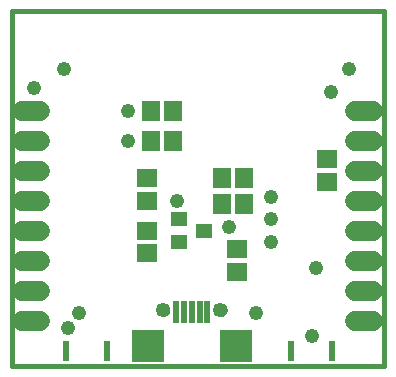
<source format=gbs>
G75*
%MOIN*%
%OFA0B0*%
%FSLAX25Y25*%
%IPPOS*%
%LPD*%
%AMOC8*
5,1,8,0,0,1.08239X$1,22.5*
%
%ADD10C,0.01600*%
%ADD11R,0.05524X0.04800*%
%ADD12R,0.02375X0.07690*%
%ADD13R,0.10800X0.10800*%
%ADD14C,0.00000*%
%ADD15C,0.04934*%
%ADD16C,0.06800*%
%ADD17R,0.06706X0.05918*%
%ADD18R,0.05918X0.06706*%
%ADD19R,0.02362X0.06693*%
%ADD20C,0.04762*%
D10*
X0008250Y0005000D02*
X0008250Y0123110D01*
X0132266Y0123110D01*
X0132266Y0005000D01*
X0008250Y0005000D01*
D11*
X0064077Y0046260D03*
X0072423Y0050000D03*
X0064077Y0053740D03*
D12*
X0063132Y0022815D03*
X0065691Y0022815D03*
X0068250Y0022815D03*
X0070809Y0022815D03*
X0073368Y0022815D03*
D13*
X0082915Y0011693D03*
X0053585Y0011693D03*
D14*
X0056636Y0023622D02*
X0056638Y0023713D01*
X0056644Y0023803D01*
X0056654Y0023894D01*
X0056668Y0023983D01*
X0056686Y0024072D01*
X0056707Y0024161D01*
X0056733Y0024248D01*
X0056762Y0024334D01*
X0056796Y0024418D01*
X0056832Y0024501D01*
X0056873Y0024583D01*
X0056917Y0024662D01*
X0056964Y0024740D01*
X0057015Y0024815D01*
X0057069Y0024888D01*
X0057126Y0024958D01*
X0057186Y0025026D01*
X0057249Y0025092D01*
X0057315Y0025154D01*
X0057384Y0025213D01*
X0057455Y0025270D01*
X0057529Y0025323D01*
X0057605Y0025373D01*
X0057683Y0025420D01*
X0057763Y0025463D01*
X0057844Y0025502D01*
X0057928Y0025538D01*
X0058013Y0025570D01*
X0058099Y0025599D01*
X0058186Y0025623D01*
X0058275Y0025644D01*
X0058364Y0025661D01*
X0058454Y0025674D01*
X0058544Y0025683D01*
X0058635Y0025688D01*
X0058726Y0025689D01*
X0058816Y0025686D01*
X0058907Y0025679D01*
X0058997Y0025668D01*
X0059087Y0025653D01*
X0059176Y0025634D01*
X0059264Y0025612D01*
X0059350Y0025585D01*
X0059436Y0025555D01*
X0059520Y0025521D01*
X0059603Y0025483D01*
X0059684Y0025442D01*
X0059763Y0025397D01*
X0059840Y0025348D01*
X0059914Y0025297D01*
X0059987Y0025242D01*
X0060057Y0025184D01*
X0060124Y0025123D01*
X0060188Y0025059D01*
X0060250Y0024993D01*
X0060309Y0024923D01*
X0060364Y0024852D01*
X0060417Y0024777D01*
X0060466Y0024701D01*
X0060512Y0024623D01*
X0060554Y0024542D01*
X0060593Y0024460D01*
X0060628Y0024376D01*
X0060659Y0024291D01*
X0060686Y0024204D01*
X0060710Y0024117D01*
X0060730Y0024028D01*
X0060746Y0023939D01*
X0060758Y0023849D01*
X0060766Y0023758D01*
X0060770Y0023667D01*
X0060770Y0023577D01*
X0060766Y0023486D01*
X0060758Y0023395D01*
X0060746Y0023305D01*
X0060730Y0023216D01*
X0060710Y0023127D01*
X0060686Y0023040D01*
X0060659Y0022953D01*
X0060628Y0022868D01*
X0060593Y0022784D01*
X0060554Y0022702D01*
X0060512Y0022621D01*
X0060466Y0022543D01*
X0060417Y0022467D01*
X0060364Y0022392D01*
X0060309Y0022321D01*
X0060250Y0022251D01*
X0060188Y0022185D01*
X0060124Y0022121D01*
X0060057Y0022060D01*
X0059987Y0022002D01*
X0059914Y0021947D01*
X0059840Y0021896D01*
X0059763Y0021847D01*
X0059684Y0021802D01*
X0059603Y0021761D01*
X0059520Y0021723D01*
X0059436Y0021689D01*
X0059350Y0021659D01*
X0059264Y0021632D01*
X0059176Y0021610D01*
X0059087Y0021591D01*
X0058997Y0021576D01*
X0058907Y0021565D01*
X0058816Y0021558D01*
X0058726Y0021555D01*
X0058635Y0021556D01*
X0058544Y0021561D01*
X0058454Y0021570D01*
X0058364Y0021583D01*
X0058275Y0021600D01*
X0058186Y0021621D01*
X0058099Y0021645D01*
X0058013Y0021674D01*
X0057928Y0021706D01*
X0057844Y0021742D01*
X0057763Y0021781D01*
X0057683Y0021824D01*
X0057605Y0021871D01*
X0057529Y0021921D01*
X0057455Y0021974D01*
X0057384Y0022031D01*
X0057315Y0022090D01*
X0057249Y0022152D01*
X0057186Y0022218D01*
X0057126Y0022286D01*
X0057069Y0022356D01*
X0057015Y0022429D01*
X0056964Y0022504D01*
X0056917Y0022582D01*
X0056873Y0022661D01*
X0056832Y0022743D01*
X0056796Y0022826D01*
X0056762Y0022910D01*
X0056733Y0022996D01*
X0056707Y0023083D01*
X0056686Y0023172D01*
X0056668Y0023261D01*
X0056654Y0023350D01*
X0056644Y0023441D01*
X0056638Y0023531D01*
X0056636Y0023622D01*
X0075730Y0023622D02*
X0075732Y0023713D01*
X0075738Y0023803D01*
X0075748Y0023894D01*
X0075762Y0023983D01*
X0075780Y0024072D01*
X0075801Y0024161D01*
X0075827Y0024248D01*
X0075856Y0024334D01*
X0075890Y0024418D01*
X0075926Y0024501D01*
X0075967Y0024583D01*
X0076011Y0024662D01*
X0076058Y0024740D01*
X0076109Y0024815D01*
X0076163Y0024888D01*
X0076220Y0024958D01*
X0076280Y0025026D01*
X0076343Y0025092D01*
X0076409Y0025154D01*
X0076478Y0025213D01*
X0076549Y0025270D01*
X0076623Y0025323D01*
X0076699Y0025373D01*
X0076777Y0025420D01*
X0076857Y0025463D01*
X0076938Y0025502D01*
X0077022Y0025538D01*
X0077107Y0025570D01*
X0077193Y0025599D01*
X0077280Y0025623D01*
X0077369Y0025644D01*
X0077458Y0025661D01*
X0077548Y0025674D01*
X0077638Y0025683D01*
X0077729Y0025688D01*
X0077820Y0025689D01*
X0077910Y0025686D01*
X0078001Y0025679D01*
X0078091Y0025668D01*
X0078181Y0025653D01*
X0078270Y0025634D01*
X0078358Y0025612D01*
X0078444Y0025585D01*
X0078530Y0025555D01*
X0078614Y0025521D01*
X0078697Y0025483D01*
X0078778Y0025442D01*
X0078857Y0025397D01*
X0078934Y0025348D01*
X0079008Y0025297D01*
X0079081Y0025242D01*
X0079151Y0025184D01*
X0079218Y0025123D01*
X0079282Y0025059D01*
X0079344Y0024993D01*
X0079403Y0024923D01*
X0079458Y0024852D01*
X0079511Y0024777D01*
X0079560Y0024701D01*
X0079606Y0024623D01*
X0079648Y0024542D01*
X0079687Y0024460D01*
X0079722Y0024376D01*
X0079753Y0024291D01*
X0079780Y0024204D01*
X0079804Y0024117D01*
X0079824Y0024028D01*
X0079840Y0023939D01*
X0079852Y0023849D01*
X0079860Y0023758D01*
X0079864Y0023667D01*
X0079864Y0023577D01*
X0079860Y0023486D01*
X0079852Y0023395D01*
X0079840Y0023305D01*
X0079824Y0023216D01*
X0079804Y0023127D01*
X0079780Y0023040D01*
X0079753Y0022953D01*
X0079722Y0022868D01*
X0079687Y0022784D01*
X0079648Y0022702D01*
X0079606Y0022621D01*
X0079560Y0022543D01*
X0079511Y0022467D01*
X0079458Y0022392D01*
X0079403Y0022321D01*
X0079344Y0022251D01*
X0079282Y0022185D01*
X0079218Y0022121D01*
X0079151Y0022060D01*
X0079081Y0022002D01*
X0079008Y0021947D01*
X0078934Y0021896D01*
X0078857Y0021847D01*
X0078778Y0021802D01*
X0078697Y0021761D01*
X0078614Y0021723D01*
X0078530Y0021689D01*
X0078444Y0021659D01*
X0078358Y0021632D01*
X0078270Y0021610D01*
X0078181Y0021591D01*
X0078091Y0021576D01*
X0078001Y0021565D01*
X0077910Y0021558D01*
X0077820Y0021555D01*
X0077729Y0021556D01*
X0077638Y0021561D01*
X0077548Y0021570D01*
X0077458Y0021583D01*
X0077369Y0021600D01*
X0077280Y0021621D01*
X0077193Y0021645D01*
X0077107Y0021674D01*
X0077022Y0021706D01*
X0076938Y0021742D01*
X0076857Y0021781D01*
X0076777Y0021824D01*
X0076699Y0021871D01*
X0076623Y0021921D01*
X0076549Y0021974D01*
X0076478Y0022031D01*
X0076409Y0022090D01*
X0076343Y0022152D01*
X0076280Y0022218D01*
X0076220Y0022286D01*
X0076163Y0022356D01*
X0076109Y0022429D01*
X0076058Y0022504D01*
X0076011Y0022582D01*
X0075967Y0022661D01*
X0075926Y0022743D01*
X0075890Y0022826D01*
X0075856Y0022910D01*
X0075827Y0022996D01*
X0075801Y0023083D01*
X0075780Y0023172D01*
X0075762Y0023261D01*
X0075748Y0023350D01*
X0075738Y0023441D01*
X0075732Y0023531D01*
X0075730Y0023622D01*
D15*
X0077797Y0023622D03*
X0058703Y0023622D03*
D16*
X0017500Y0020000D02*
X0011500Y0020000D01*
X0011500Y0030000D02*
X0017500Y0030000D01*
X0017500Y0040000D02*
X0011500Y0040000D01*
X0011500Y0050000D02*
X0017500Y0050000D01*
X0017500Y0060000D02*
X0011500Y0060000D01*
X0011500Y0070000D02*
X0017500Y0070000D01*
X0017500Y0080000D02*
X0011500Y0080000D01*
X0011500Y0090000D02*
X0017500Y0090000D01*
X0122750Y0090000D02*
X0128750Y0090000D01*
X0128750Y0080000D02*
X0122750Y0080000D01*
X0122750Y0070000D02*
X0128750Y0070000D01*
X0128750Y0060000D02*
X0122750Y0060000D01*
X0122750Y0050000D02*
X0128750Y0050000D01*
X0128750Y0040000D02*
X0122750Y0040000D01*
X0122750Y0030000D02*
X0128750Y0030000D01*
X0128750Y0020000D02*
X0122750Y0020000D01*
D17*
X0083250Y0036260D03*
X0083250Y0043740D03*
X0053250Y0042510D03*
X0053250Y0049990D03*
X0053250Y0060010D03*
X0053250Y0067490D03*
X0113250Y0066260D03*
X0113250Y0073740D03*
D18*
X0085740Y0067500D03*
X0078260Y0067500D03*
X0078260Y0058750D03*
X0085740Y0058750D03*
X0061990Y0080000D03*
X0054510Y0080000D03*
X0054510Y0090000D03*
X0061990Y0090000D03*
D19*
X0040140Y0010000D03*
X0026360Y0010000D03*
X0101360Y0010000D03*
X0115140Y0010000D03*
D20*
X0108250Y0015000D03*
X0089500Y0022500D03*
X0109500Y0037500D03*
X0094500Y0046250D03*
X0094500Y0053750D03*
X0094500Y0061250D03*
X0080750Y0051250D03*
X0063250Y0060000D03*
X0047000Y0080000D03*
X0047000Y0090000D03*
X0025750Y0103750D03*
X0015750Y0097500D03*
X0114500Y0096250D03*
X0120750Y0103750D03*
X0030750Y0022500D03*
X0027000Y0017500D03*
M02*

</source>
